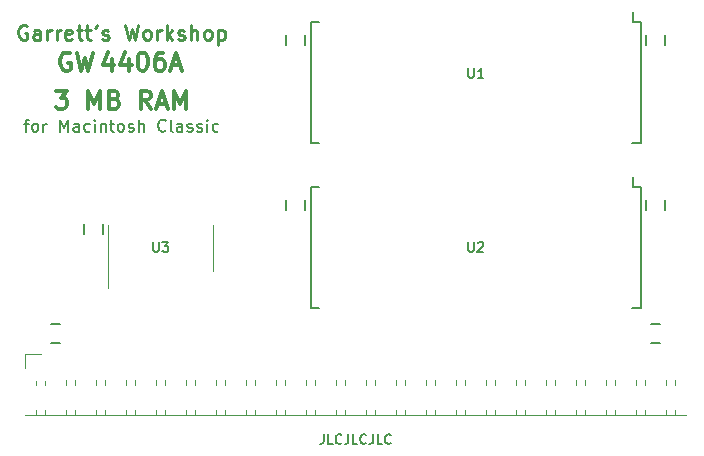
<source format=gto>
G04 #@! TF.GenerationSoftware,KiCad,Pcbnew,(5.1.10-1-10_14)*
G04 #@! TF.CreationDate,2021-11-18T23:27:22-05:00*
G04 #@! TF.ProjectId,MacClassicRAMCard,4d616343-6c61-4737-9369-6352414d4361,rev?*
G04 #@! TF.SameCoordinates,Original*
G04 #@! TF.FileFunction,Legend,Top*
G04 #@! TF.FilePolarity,Positive*
%FSLAX46Y46*%
G04 Gerber Fmt 4.6, Leading zero omitted, Abs format (unit mm)*
G04 Created by KiCad (PCBNEW (5.1.10-1-10_14)) date 2021-11-18 23:27:22*
%MOMM*%
%LPD*%
G01*
G04 APERTURE LIST*
%ADD10C,0.203200*%
%ADD11C,0.300000*%
%ADD12C,0.200000*%
%ADD13C,0.225000*%
%ADD14C,0.120000*%
%ADD15C,0.152400*%
%ADD16O,1.850000X1.850000*%
%ADD17C,2.000000*%
%ADD18C,2.150000*%
G04 APERTURE END LIST*
D10*
X117940666Y-128840895D02*
X117940666Y-129421466D01*
X117901961Y-129537580D01*
X117824552Y-129614990D01*
X117708438Y-129653695D01*
X117631028Y-129653695D01*
X118714761Y-129653695D02*
X118327714Y-129653695D01*
X118327714Y-128840895D01*
X119450152Y-129576285D02*
X119411447Y-129614990D01*
X119295333Y-129653695D01*
X119217923Y-129653695D01*
X119101809Y-129614990D01*
X119024400Y-129537580D01*
X118985695Y-129460171D01*
X118946990Y-129305352D01*
X118946990Y-129189238D01*
X118985695Y-129034419D01*
X119024400Y-128957009D01*
X119101809Y-128879600D01*
X119217923Y-128840895D01*
X119295333Y-128840895D01*
X119411447Y-128879600D01*
X119450152Y-128918304D01*
X120030723Y-128840895D02*
X120030723Y-129421466D01*
X119992019Y-129537580D01*
X119914609Y-129614990D01*
X119798495Y-129653695D01*
X119721085Y-129653695D01*
X120804819Y-129653695D02*
X120417771Y-129653695D01*
X120417771Y-128840895D01*
X121540209Y-129576285D02*
X121501504Y-129614990D01*
X121385390Y-129653695D01*
X121307980Y-129653695D01*
X121191866Y-129614990D01*
X121114457Y-129537580D01*
X121075752Y-129460171D01*
X121037047Y-129305352D01*
X121037047Y-129189238D01*
X121075752Y-129034419D01*
X121114457Y-128957009D01*
X121191866Y-128879600D01*
X121307980Y-128840895D01*
X121385390Y-128840895D01*
X121501504Y-128879600D01*
X121540209Y-128918304D01*
X122120780Y-128840895D02*
X122120780Y-129421466D01*
X122082076Y-129537580D01*
X122004666Y-129614990D01*
X121888552Y-129653695D01*
X121811142Y-129653695D01*
X122894876Y-129653695D02*
X122507828Y-129653695D01*
X122507828Y-128840895D01*
X123630266Y-129576285D02*
X123591561Y-129614990D01*
X123475447Y-129653695D01*
X123398038Y-129653695D01*
X123281923Y-129614990D01*
X123204514Y-129537580D01*
X123165809Y-129460171D01*
X123127104Y-129305352D01*
X123127104Y-129189238D01*
X123165809Y-129034419D01*
X123204514Y-128957009D01*
X123281923Y-128879600D01*
X123398038Y-128840895D01*
X123475447Y-128840895D01*
X123591561Y-128879600D01*
X123630266Y-128918304D01*
D11*
X95250000Y-99749428D02*
X96193428Y-99749428D01*
X95685428Y-100330000D01*
X95903142Y-100330000D01*
X96048285Y-100402571D01*
X96120857Y-100475142D01*
X96193428Y-100620285D01*
X96193428Y-100983142D01*
X96120857Y-101128285D01*
X96048285Y-101200857D01*
X95903142Y-101273428D01*
X95467714Y-101273428D01*
X95322571Y-101200857D01*
X95250000Y-101128285D01*
X98007714Y-101273428D02*
X98007714Y-99749428D01*
X98515714Y-100838000D01*
X99023714Y-99749428D01*
X99023714Y-101273428D01*
X100257428Y-100475142D02*
X100475142Y-100547714D01*
X100547714Y-100620285D01*
X100620285Y-100765428D01*
X100620285Y-100983142D01*
X100547714Y-101128285D01*
X100475142Y-101200857D01*
X100330000Y-101273428D01*
X99749428Y-101273428D01*
X99749428Y-99749428D01*
X100257428Y-99749428D01*
X100402571Y-99822000D01*
X100475142Y-99894571D01*
X100547714Y-100039714D01*
X100547714Y-100184857D01*
X100475142Y-100330000D01*
X100402571Y-100402571D01*
X100257428Y-100475142D01*
X99749428Y-100475142D01*
X103305428Y-101273428D02*
X102797428Y-100547714D01*
X102434571Y-101273428D02*
X102434571Y-99749428D01*
X103015142Y-99749428D01*
X103160285Y-99822000D01*
X103232857Y-99894571D01*
X103305428Y-100039714D01*
X103305428Y-100257428D01*
X103232857Y-100402571D01*
X103160285Y-100475142D01*
X103015142Y-100547714D01*
X102434571Y-100547714D01*
X103886000Y-100838000D02*
X104611714Y-100838000D01*
X103740857Y-101273428D02*
X104248857Y-99749428D01*
X104756857Y-101273428D01*
X105264857Y-101273428D02*
X105264857Y-99749428D01*
X105772857Y-100838000D01*
X106280857Y-99749428D01*
X106280857Y-101273428D01*
D12*
X92564857Y-102525285D02*
X92951904Y-102525285D01*
X92710000Y-103202619D02*
X92710000Y-102331761D01*
X92758380Y-102235000D01*
X92855142Y-102186619D01*
X92951904Y-102186619D01*
X93435714Y-103202619D02*
X93338952Y-103154238D01*
X93290571Y-103105857D01*
X93242190Y-103009095D01*
X93242190Y-102718809D01*
X93290571Y-102622047D01*
X93338952Y-102573666D01*
X93435714Y-102525285D01*
X93580857Y-102525285D01*
X93677619Y-102573666D01*
X93726000Y-102622047D01*
X93774380Y-102718809D01*
X93774380Y-103009095D01*
X93726000Y-103105857D01*
X93677619Y-103154238D01*
X93580857Y-103202619D01*
X93435714Y-103202619D01*
X94209809Y-103202619D02*
X94209809Y-102525285D01*
X94209809Y-102718809D02*
X94258190Y-102622047D01*
X94306571Y-102573666D01*
X94403333Y-102525285D01*
X94500095Y-102525285D01*
X95612857Y-103202619D02*
X95612857Y-102186619D01*
X95951523Y-102912333D01*
X96290190Y-102186619D01*
X96290190Y-103202619D01*
X97209428Y-103202619D02*
X97209428Y-102670428D01*
X97161047Y-102573666D01*
X97064285Y-102525285D01*
X96870761Y-102525285D01*
X96774000Y-102573666D01*
X97209428Y-103154238D02*
X97112666Y-103202619D01*
X96870761Y-103202619D01*
X96774000Y-103154238D01*
X96725619Y-103057476D01*
X96725619Y-102960714D01*
X96774000Y-102863952D01*
X96870761Y-102815571D01*
X97112666Y-102815571D01*
X97209428Y-102767190D01*
X98128666Y-103154238D02*
X98031904Y-103202619D01*
X97838380Y-103202619D01*
X97741619Y-103154238D01*
X97693238Y-103105857D01*
X97644857Y-103009095D01*
X97644857Y-102718809D01*
X97693238Y-102622047D01*
X97741619Y-102573666D01*
X97838380Y-102525285D01*
X98031904Y-102525285D01*
X98128666Y-102573666D01*
X98564095Y-103202619D02*
X98564095Y-102525285D01*
X98564095Y-102186619D02*
X98515714Y-102235000D01*
X98564095Y-102283380D01*
X98612476Y-102235000D01*
X98564095Y-102186619D01*
X98564095Y-102283380D01*
X99047904Y-102525285D02*
X99047904Y-103202619D01*
X99047904Y-102622047D02*
X99096285Y-102573666D01*
X99193047Y-102525285D01*
X99338190Y-102525285D01*
X99434952Y-102573666D01*
X99483333Y-102670428D01*
X99483333Y-103202619D01*
X99822000Y-102525285D02*
X100209047Y-102525285D01*
X99967142Y-102186619D02*
X99967142Y-103057476D01*
X100015523Y-103154238D01*
X100112285Y-103202619D01*
X100209047Y-103202619D01*
X100692857Y-103202619D02*
X100596095Y-103154238D01*
X100547714Y-103105857D01*
X100499333Y-103009095D01*
X100499333Y-102718809D01*
X100547714Y-102622047D01*
X100596095Y-102573666D01*
X100692857Y-102525285D01*
X100838000Y-102525285D01*
X100934761Y-102573666D01*
X100983142Y-102622047D01*
X101031523Y-102718809D01*
X101031523Y-103009095D01*
X100983142Y-103105857D01*
X100934761Y-103154238D01*
X100838000Y-103202619D01*
X100692857Y-103202619D01*
X101418571Y-103154238D02*
X101515333Y-103202619D01*
X101708857Y-103202619D01*
X101805619Y-103154238D01*
X101854000Y-103057476D01*
X101854000Y-103009095D01*
X101805619Y-102912333D01*
X101708857Y-102863952D01*
X101563714Y-102863952D01*
X101466952Y-102815571D01*
X101418571Y-102718809D01*
X101418571Y-102670428D01*
X101466952Y-102573666D01*
X101563714Y-102525285D01*
X101708857Y-102525285D01*
X101805619Y-102573666D01*
X102289428Y-103202619D02*
X102289428Y-102186619D01*
X102724857Y-103202619D02*
X102724857Y-102670428D01*
X102676476Y-102573666D01*
X102579714Y-102525285D01*
X102434571Y-102525285D01*
X102337809Y-102573666D01*
X102289428Y-102622047D01*
X104563333Y-103105857D02*
X104514952Y-103154238D01*
X104369809Y-103202619D01*
X104273047Y-103202619D01*
X104127904Y-103154238D01*
X104031142Y-103057476D01*
X103982761Y-102960714D01*
X103934380Y-102767190D01*
X103934380Y-102622047D01*
X103982761Y-102428523D01*
X104031142Y-102331761D01*
X104127904Y-102235000D01*
X104273047Y-102186619D01*
X104369809Y-102186619D01*
X104514952Y-102235000D01*
X104563333Y-102283380D01*
X105143904Y-103202619D02*
X105047142Y-103154238D01*
X104998761Y-103057476D01*
X104998761Y-102186619D01*
X105966380Y-103202619D02*
X105966380Y-102670428D01*
X105918000Y-102573666D01*
X105821238Y-102525285D01*
X105627714Y-102525285D01*
X105530952Y-102573666D01*
X105966380Y-103154238D02*
X105869619Y-103202619D01*
X105627714Y-103202619D01*
X105530952Y-103154238D01*
X105482571Y-103057476D01*
X105482571Y-102960714D01*
X105530952Y-102863952D01*
X105627714Y-102815571D01*
X105869619Y-102815571D01*
X105966380Y-102767190D01*
X106401809Y-103154238D02*
X106498571Y-103202619D01*
X106692095Y-103202619D01*
X106788857Y-103154238D01*
X106837238Y-103057476D01*
X106837238Y-103009095D01*
X106788857Y-102912333D01*
X106692095Y-102863952D01*
X106546952Y-102863952D01*
X106450190Y-102815571D01*
X106401809Y-102718809D01*
X106401809Y-102670428D01*
X106450190Y-102573666D01*
X106546952Y-102525285D01*
X106692095Y-102525285D01*
X106788857Y-102573666D01*
X107224285Y-103154238D02*
X107321047Y-103202619D01*
X107514571Y-103202619D01*
X107611333Y-103154238D01*
X107659714Y-103057476D01*
X107659714Y-103009095D01*
X107611333Y-102912333D01*
X107514571Y-102863952D01*
X107369428Y-102863952D01*
X107272666Y-102815571D01*
X107224285Y-102718809D01*
X107224285Y-102670428D01*
X107272666Y-102573666D01*
X107369428Y-102525285D01*
X107514571Y-102525285D01*
X107611333Y-102573666D01*
X108095142Y-103202619D02*
X108095142Y-102525285D01*
X108095142Y-102186619D02*
X108046761Y-102235000D01*
X108095142Y-102283380D01*
X108143523Y-102235000D01*
X108095142Y-102186619D01*
X108095142Y-102283380D01*
X109014380Y-103154238D02*
X108917619Y-103202619D01*
X108724095Y-103202619D01*
X108627333Y-103154238D01*
X108578952Y-103105857D01*
X108530571Y-103009095D01*
X108530571Y-102718809D01*
X108578952Y-102622047D01*
X108627333Y-102573666D01*
X108724095Y-102525285D01*
X108917619Y-102525285D01*
X109014380Y-102573666D01*
D11*
X96488485Y-96596000D02*
X96343342Y-96523428D01*
X96125628Y-96523428D01*
X95907914Y-96596000D01*
X95762771Y-96741142D01*
X95690200Y-96886285D01*
X95617628Y-97176571D01*
X95617628Y-97394285D01*
X95690200Y-97684571D01*
X95762771Y-97829714D01*
X95907914Y-97974857D01*
X96125628Y-98047428D01*
X96270771Y-98047428D01*
X96488485Y-97974857D01*
X96561057Y-97902285D01*
X96561057Y-97394285D01*
X96270771Y-97394285D01*
X97069057Y-96523428D02*
X97431914Y-98047428D01*
X97722200Y-96958857D01*
X98012485Y-98047428D01*
X98375342Y-96523428D01*
X100008200Y-97031428D02*
X100008200Y-98047428D01*
X99645342Y-96450857D02*
X99282485Y-97539428D01*
X100225914Y-97539428D01*
X101459628Y-97031428D02*
X101459628Y-98047428D01*
X101096771Y-96450857D02*
X100733914Y-97539428D01*
X101677342Y-97539428D01*
X102548200Y-96523428D02*
X102693342Y-96523428D01*
X102838485Y-96596000D01*
X102911057Y-96668571D01*
X102983628Y-96813714D01*
X103056200Y-97104000D01*
X103056200Y-97466857D01*
X102983628Y-97757142D01*
X102911057Y-97902285D01*
X102838485Y-97974857D01*
X102693342Y-98047428D01*
X102548200Y-98047428D01*
X102403057Y-97974857D01*
X102330485Y-97902285D01*
X102257914Y-97757142D01*
X102185342Y-97466857D01*
X102185342Y-97104000D01*
X102257914Y-96813714D01*
X102330485Y-96668571D01*
X102403057Y-96596000D01*
X102548200Y-96523428D01*
X104362485Y-96523428D02*
X104072200Y-96523428D01*
X103927057Y-96596000D01*
X103854485Y-96668571D01*
X103709342Y-96886285D01*
X103636771Y-97176571D01*
X103636771Y-97757142D01*
X103709342Y-97902285D01*
X103781914Y-97974857D01*
X103927057Y-98047428D01*
X104217342Y-98047428D01*
X104362485Y-97974857D01*
X104435057Y-97902285D01*
X104507628Y-97757142D01*
X104507628Y-97394285D01*
X104435057Y-97249142D01*
X104362485Y-97176571D01*
X104217342Y-97104000D01*
X103927057Y-97104000D01*
X103781914Y-97176571D01*
X103709342Y-97249142D01*
X103636771Y-97394285D01*
X105088200Y-97612000D02*
X105813914Y-97612000D01*
X104943057Y-98047428D02*
X105451057Y-96523428D01*
X105959057Y-98047428D01*
D13*
X92794666Y-94234000D02*
X92673714Y-94173523D01*
X92492285Y-94173523D01*
X92310857Y-94234000D01*
X92189904Y-94354952D01*
X92129428Y-94475904D01*
X92068952Y-94717809D01*
X92068952Y-94899238D01*
X92129428Y-95141142D01*
X92189904Y-95262095D01*
X92310857Y-95383047D01*
X92492285Y-95443523D01*
X92613238Y-95443523D01*
X92794666Y-95383047D01*
X92855142Y-95322571D01*
X92855142Y-94899238D01*
X92613238Y-94899238D01*
X93943714Y-95443523D02*
X93943714Y-94778285D01*
X93883238Y-94657333D01*
X93762285Y-94596857D01*
X93520380Y-94596857D01*
X93399428Y-94657333D01*
X93943714Y-95383047D02*
X93822761Y-95443523D01*
X93520380Y-95443523D01*
X93399428Y-95383047D01*
X93338952Y-95262095D01*
X93338952Y-95141142D01*
X93399428Y-95020190D01*
X93520380Y-94959714D01*
X93822761Y-94959714D01*
X93943714Y-94899238D01*
X94548476Y-95443523D02*
X94548476Y-94596857D01*
X94548476Y-94838761D02*
X94608952Y-94717809D01*
X94669428Y-94657333D01*
X94790380Y-94596857D01*
X94911333Y-94596857D01*
X95334666Y-95443523D02*
X95334666Y-94596857D01*
X95334666Y-94838761D02*
X95395142Y-94717809D01*
X95455619Y-94657333D01*
X95576571Y-94596857D01*
X95697523Y-94596857D01*
X96604666Y-95383047D02*
X96483714Y-95443523D01*
X96241809Y-95443523D01*
X96120857Y-95383047D01*
X96060380Y-95262095D01*
X96060380Y-94778285D01*
X96120857Y-94657333D01*
X96241809Y-94596857D01*
X96483714Y-94596857D01*
X96604666Y-94657333D01*
X96665142Y-94778285D01*
X96665142Y-94899238D01*
X96060380Y-95020190D01*
X97028000Y-94596857D02*
X97511809Y-94596857D01*
X97209428Y-94173523D02*
X97209428Y-95262095D01*
X97269904Y-95383047D01*
X97390857Y-95443523D01*
X97511809Y-95443523D01*
X97753714Y-94596857D02*
X98237523Y-94596857D01*
X97935142Y-94173523D02*
X97935142Y-95262095D01*
X97995619Y-95383047D01*
X98116571Y-95443523D01*
X98237523Y-95443523D01*
X98721333Y-94173523D02*
X98721333Y-94234000D01*
X98660857Y-94354952D01*
X98600380Y-94415428D01*
X99205142Y-95383047D02*
X99326095Y-95443523D01*
X99568000Y-95443523D01*
X99688952Y-95383047D01*
X99749428Y-95262095D01*
X99749428Y-95201619D01*
X99688952Y-95080666D01*
X99568000Y-95020190D01*
X99386571Y-95020190D01*
X99265619Y-94959714D01*
X99205142Y-94838761D01*
X99205142Y-94778285D01*
X99265619Y-94657333D01*
X99386571Y-94596857D01*
X99568000Y-94596857D01*
X99688952Y-94657333D01*
X101140380Y-94173523D02*
X101442761Y-95443523D01*
X101684666Y-94536380D01*
X101926571Y-95443523D01*
X102228952Y-94173523D01*
X102894190Y-95443523D02*
X102773238Y-95383047D01*
X102712761Y-95322571D01*
X102652285Y-95201619D01*
X102652285Y-94838761D01*
X102712761Y-94717809D01*
X102773238Y-94657333D01*
X102894190Y-94596857D01*
X103075619Y-94596857D01*
X103196571Y-94657333D01*
X103257047Y-94717809D01*
X103317523Y-94838761D01*
X103317523Y-95201619D01*
X103257047Y-95322571D01*
X103196571Y-95383047D01*
X103075619Y-95443523D01*
X102894190Y-95443523D01*
X103861809Y-95443523D02*
X103861809Y-94596857D01*
X103861809Y-94838761D02*
X103922285Y-94717809D01*
X103982761Y-94657333D01*
X104103714Y-94596857D01*
X104224666Y-94596857D01*
X104647999Y-95443523D02*
X104647999Y-94173523D01*
X104768952Y-94959714D02*
X105131809Y-95443523D01*
X105131809Y-94596857D02*
X104647999Y-95080666D01*
X105615619Y-95383047D02*
X105736571Y-95443523D01*
X105978476Y-95443523D01*
X106099428Y-95383047D01*
X106159904Y-95262095D01*
X106159904Y-95201619D01*
X106099428Y-95080666D01*
X105978476Y-95020190D01*
X105797047Y-95020190D01*
X105676095Y-94959714D01*
X105615619Y-94838761D01*
X105615619Y-94778285D01*
X105676095Y-94657333D01*
X105797047Y-94596857D01*
X105978476Y-94596857D01*
X106099428Y-94657333D01*
X106704190Y-95443523D02*
X106704190Y-94173523D01*
X107248476Y-95443523D02*
X107248476Y-94778285D01*
X107188000Y-94657333D01*
X107067047Y-94596857D01*
X106885619Y-94596857D01*
X106764666Y-94657333D01*
X106704190Y-94717809D01*
X108034666Y-95443523D02*
X107913714Y-95383047D01*
X107853238Y-95322571D01*
X107792761Y-95201619D01*
X107792761Y-94838761D01*
X107853238Y-94717809D01*
X107913714Y-94657333D01*
X108034666Y-94596857D01*
X108216095Y-94596857D01*
X108337047Y-94657333D01*
X108397523Y-94717809D01*
X108458000Y-94838761D01*
X108458000Y-95201619D01*
X108397523Y-95322571D01*
X108337047Y-95383047D01*
X108216095Y-95443523D01*
X108034666Y-95443523D01*
X109002285Y-94596857D02*
X109002285Y-95866857D01*
X109002285Y-94657333D02*
X109123238Y-94596857D01*
X109365142Y-94596857D01*
X109486095Y-94657333D01*
X109546571Y-94717809D01*
X109607047Y-94838761D01*
X109607047Y-95201619D01*
X109546571Y-95322571D01*
X109486095Y-95383047D01*
X109365142Y-95443523D01*
X109123238Y-95443523D01*
X109002285Y-95383047D01*
D14*
X92650000Y-123190000D02*
X92650000Y-122080000D01*
X92650000Y-122080000D02*
X93980000Y-122080000D01*
X92650000Y-127190000D02*
X148650000Y-127190000D01*
X147680000Y-124680000D02*
X147680000Y-124240000D01*
X147680000Y-127190000D02*
X147680000Y-126780000D01*
X146960000Y-124680000D02*
X146960000Y-124240000D01*
X146960000Y-127190000D02*
X146960000Y-126780000D01*
X145140000Y-124680000D02*
X145140000Y-124240000D01*
X145140000Y-127190000D02*
X145140000Y-126780000D01*
X144420000Y-124680000D02*
X144420000Y-124240000D01*
X144420000Y-127190000D02*
X144420000Y-126780000D01*
X142600000Y-124680000D02*
X142600000Y-124240000D01*
X142600000Y-127190000D02*
X142600000Y-126780000D01*
X141880000Y-124680000D02*
X141880000Y-124240000D01*
X141880000Y-127190000D02*
X141880000Y-126780000D01*
X140060000Y-124680000D02*
X140060000Y-124240000D01*
X140060000Y-127190000D02*
X140060000Y-126780000D01*
X139340000Y-124680000D02*
X139340000Y-124240000D01*
X139340000Y-127190000D02*
X139340000Y-126780000D01*
X137520000Y-124680000D02*
X137520000Y-124240000D01*
X137520000Y-127190000D02*
X137520000Y-126780000D01*
X136800000Y-124680000D02*
X136800000Y-124240000D01*
X136800000Y-127190000D02*
X136800000Y-126780000D01*
X134980000Y-124680000D02*
X134980000Y-124240000D01*
X134980000Y-127190000D02*
X134980000Y-126780000D01*
X134260000Y-124680000D02*
X134260000Y-124240000D01*
X134260000Y-127190000D02*
X134260000Y-126780000D01*
X132440000Y-124680000D02*
X132440000Y-124240000D01*
X132440000Y-127190000D02*
X132440000Y-126780000D01*
X131720000Y-124680000D02*
X131720000Y-124240000D01*
X131720000Y-127190000D02*
X131720000Y-126780000D01*
X129900000Y-124680000D02*
X129900000Y-124240000D01*
X129900000Y-127190000D02*
X129900000Y-126780000D01*
X129180000Y-124680000D02*
X129180000Y-124240000D01*
X129180000Y-127190000D02*
X129180000Y-126780000D01*
X127360000Y-124680000D02*
X127360000Y-124240000D01*
X127360000Y-127190000D02*
X127360000Y-126780000D01*
X126640000Y-124680000D02*
X126640000Y-124240000D01*
X126640000Y-127190000D02*
X126640000Y-126780000D01*
X124820000Y-124680000D02*
X124820000Y-124240000D01*
X124820000Y-127190000D02*
X124820000Y-126780000D01*
X124100000Y-124680000D02*
X124100000Y-124240000D01*
X124100000Y-127190000D02*
X124100000Y-126780000D01*
X122280000Y-124680000D02*
X122280000Y-124240000D01*
X122280000Y-127190000D02*
X122280000Y-126780000D01*
X121560000Y-124680000D02*
X121560000Y-124240000D01*
X121560000Y-127190000D02*
X121560000Y-126780000D01*
X119740000Y-124680000D02*
X119740000Y-124240000D01*
X119740000Y-127190000D02*
X119740000Y-126780000D01*
X119020000Y-124680000D02*
X119020000Y-124240000D01*
X119020000Y-127190000D02*
X119020000Y-126780000D01*
X117200000Y-124680000D02*
X117200000Y-124240000D01*
X117200000Y-127190000D02*
X117200000Y-126780000D01*
X116480000Y-124680000D02*
X116480000Y-124240000D01*
X116480000Y-127190000D02*
X116480000Y-126780000D01*
X114660000Y-124680000D02*
X114660000Y-124240000D01*
X114660000Y-127190000D02*
X114660000Y-126780000D01*
X113940000Y-124680000D02*
X113940000Y-124240000D01*
X113940000Y-127190000D02*
X113940000Y-126780000D01*
X112120000Y-124680000D02*
X112120000Y-124240000D01*
X112120000Y-127190000D02*
X112120000Y-126780000D01*
X111400000Y-124680000D02*
X111400000Y-124240000D01*
X111400000Y-127190000D02*
X111400000Y-126780000D01*
X109580000Y-124680000D02*
X109580000Y-124240000D01*
X109580000Y-127190000D02*
X109580000Y-126780000D01*
X108860000Y-124680000D02*
X108860000Y-124240000D01*
X108860000Y-127190000D02*
X108860000Y-126780000D01*
X107040000Y-124680000D02*
X107040000Y-124240000D01*
X107040000Y-127190000D02*
X107040000Y-126780000D01*
X106320000Y-124680000D02*
X106320000Y-124240000D01*
X106320000Y-127190000D02*
X106320000Y-126780000D01*
X104500000Y-124680000D02*
X104500000Y-124240000D01*
X104500000Y-127190000D02*
X104500000Y-126780000D01*
X103780000Y-124680000D02*
X103780000Y-124240000D01*
X103780000Y-127190000D02*
X103780000Y-126780000D01*
X101960000Y-124680000D02*
X101960000Y-124240000D01*
X101960000Y-127190000D02*
X101960000Y-126780000D01*
X101240000Y-124680000D02*
X101240000Y-124240000D01*
X101240000Y-127190000D02*
X101240000Y-126780000D01*
X99420000Y-124680000D02*
X99420000Y-124240000D01*
X99420000Y-127190000D02*
X99420000Y-126780000D01*
X98700000Y-124680000D02*
X98700000Y-124240000D01*
X98700000Y-127190000D02*
X98700000Y-126780000D01*
X96880000Y-124680000D02*
X96880000Y-124240000D01*
X96880000Y-127190000D02*
X96880000Y-126780000D01*
X96160000Y-124680000D02*
X96160000Y-124240000D01*
X96160000Y-127190000D02*
X96160000Y-126780000D01*
X94340000Y-124680000D02*
X94340000Y-124300000D01*
X94340000Y-127190000D02*
X94340000Y-126780000D01*
X93620000Y-124680000D02*
X93620000Y-124300000D01*
X93620000Y-127190000D02*
X93620000Y-126780000D01*
D15*
X116370000Y-109028600D02*
X116370000Y-109841400D01*
X114770000Y-109028600D02*
X114770000Y-109841400D01*
X145643600Y-119469000D02*
X146456400Y-119469000D01*
X145643600Y-121069000D02*
X146456400Y-121069000D01*
X146850000Y-95058600D02*
X146850000Y-95871400D01*
X145250000Y-95058600D02*
X145250000Y-95871400D01*
X116370000Y-95058600D02*
X116370000Y-95871400D01*
X114770000Y-95058600D02*
X114770000Y-95871400D01*
X145250000Y-109028600D02*
X145250000Y-109841400D01*
X146850000Y-109028600D02*
X146850000Y-109841400D01*
X97625000Y-111060600D02*
X97625000Y-111873400D01*
X99225000Y-111060600D02*
X99225000Y-111873400D01*
D14*
X99715000Y-113030000D02*
X99715000Y-116480000D01*
X99715000Y-113030000D02*
X99715000Y-111080000D01*
X108565000Y-113030000D02*
X108565000Y-114980000D01*
X108565000Y-113030000D02*
X108565000Y-111080000D01*
D15*
X95656400Y-119469000D02*
X94843600Y-119469000D01*
X95656400Y-121069000D02*
X94843600Y-121069000D01*
D12*
X144130000Y-93915000D02*
X144130000Y-93091000D01*
X116840000Y-93980000D02*
X116840000Y-104205000D01*
X144780000Y-93915000D02*
X144780000Y-104205000D01*
X116840000Y-93915000D02*
X117585000Y-93915000D01*
X116840000Y-104205000D02*
X117585000Y-104205000D01*
X144780000Y-104205000D02*
X144035000Y-104205000D01*
X144780000Y-93915000D02*
X144130000Y-93915000D01*
X144780000Y-107885000D02*
X144130000Y-107885000D01*
X144780000Y-118175000D02*
X144035000Y-118175000D01*
X116840000Y-118175000D02*
X117585000Y-118175000D01*
X116840000Y-107885000D02*
X117585000Y-107885000D01*
X144780000Y-107885000D02*
X144780000Y-118175000D01*
X116840000Y-107950000D02*
X116840000Y-118175000D01*
X144130000Y-107885000D02*
X144130000Y-107061000D01*
D10*
X103520723Y-112584895D02*
X103520723Y-113242876D01*
X103559428Y-113320285D01*
X103598133Y-113358990D01*
X103675542Y-113397695D01*
X103830361Y-113397695D01*
X103907771Y-113358990D01*
X103946476Y-113320285D01*
X103985180Y-113242876D01*
X103985180Y-112584895D01*
X104294819Y-112584895D02*
X104797980Y-112584895D01*
X104527047Y-112894533D01*
X104643161Y-112894533D01*
X104720571Y-112933238D01*
X104759276Y-112971942D01*
X104797980Y-113049352D01*
X104797980Y-113242876D01*
X104759276Y-113320285D01*
X104720571Y-113358990D01*
X104643161Y-113397695D01*
X104410933Y-113397695D01*
X104333523Y-113358990D01*
X104294819Y-113320285D01*
X130190723Y-97852895D02*
X130190723Y-98510876D01*
X130229428Y-98588285D01*
X130268133Y-98626990D01*
X130345542Y-98665695D01*
X130500361Y-98665695D01*
X130577771Y-98626990D01*
X130616476Y-98588285D01*
X130655180Y-98510876D01*
X130655180Y-97852895D01*
X131467980Y-98665695D02*
X131003523Y-98665695D01*
X131235752Y-98665695D02*
X131235752Y-97852895D01*
X131158342Y-97969009D01*
X131080933Y-98046419D01*
X131003523Y-98085123D01*
X130190723Y-112584895D02*
X130190723Y-113242876D01*
X130229428Y-113320285D01*
X130268133Y-113358990D01*
X130345542Y-113397695D01*
X130500361Y-113397695D01*
X130577771Y-113358990D01*
X130616476Y-113320285D01*
X130655180Y-113242876D01*
X130655180Y-112584895D01*
X131003523Y-112662304D02*
X131042228Y-112623600D01*
X131119638Y-112584895D01*
X131313161Y-112584895D01*
X131390571Y-112623600D01*
X131429276Y-112662304D01*
X131467980Y-112739714D01*
X131467980Y-112817123D01*
X131429276Y-112933238D01*
X130964819Y-113397695D01*
X131467980Y-113397695D01*
%LPC*%
D16*
X147320000Y-125730000D03*
X147320000Y-123190000D03*
X144780000Y-125730000D03*
X144780000Y-123190000D03*
X142240000Y-125730000D03*
X142240000Y-123190000D03*
X139700000Y-125730000D03*
X139700000Y-123190000D03*
X137160000Y-125730000D03*
X137160000Y-123190000D03*
X134620000Y-125730000D03*
X134620000Y-123190000D03*
X132080000Y-125730000D03*
X132080000Y-123190000D03*
X129540000Y-125730000D03*
X129540000Y-123190000D03*
X127000000Y-125730000D03*
X127000000Y-123190000D03*
X124460000Y-125730000D03*
X124460000Y-123190000D03*
X121920000Y-125730000D03*
X121920000Y-123190000D03*
X119380000Y-125730000D03*
X119380000Y-123190000D03*
X116840000Y-125730000D03*
X116840000Y-123190000D03*
X114300000Y-125730000D03*
X114300000Y-123190000D03*
X111760000Y-125730000D03*
X111760000Y-123190000D03*
X109220000Y-125730000D03*
X109220000Y-123190000D03*
X106680000Y-125730000D03*
X106680000Y-123190000D03*
X104140000Y-125730000D03*
X104140000Y-123190000D03*
X101600000Y-125730000D03*
X101600000Y-123190000D03*
X99060000Y-125730000D03*
X99060000Y-123190000D03*
X96520000Y-125730000D03*
X96520000Y-123190000D03*
X93980000Y-125730000D03*
G36*
G01*
X94830000Y-124115000D02*
X93130000Y-124115000D01*
G75*
G02*
X93055000Y-124040000I0J75000D01*
G01*
X93055000Y-122340000D01*
G75*
G02*
X93130000Y-122265000I75000J0D01*
G01*
X94830000Y-122265000D01*
G75*
G02*
X94905000Y-122340000I0J-75000D01*
G01*
X94905000Y-124040000D01*
G75*
G02*
X94830000Y-124115000I-75000J0D01*
G01*
G37*
D17*
X147066000Y-130810000D03*
D18*
X94234000Y-133350000D03*
X147066000Y-133350000D03*
D17*
X94234000Y-130810000D03*
G36*
G01*
X115107500Y-109710000D02*
X116032500Y-109710000D01*
G75*
G02*
X116320000Y-109997500I0J-287500D01*
G01*
X116320000Y-110572500D01*
G75*
G02*
X116032500Y-110860000I-287500J0D01*
G01*
X115107500Y-110860000D01*
G75*
G02*
X114820000Y-110572500I0J287500D01*
G01*
X114820000Y-109997500D01*
G75*
G02*
X115107500Y-109710000I287500J0D01*
G01*
G37*
G36*
G01*
X115107500Y-108010000D02*
X116032500Y-108010000D01*
G75*
G02*
X116320000Y-108297500I0J-287500D01*
G01*
X116320000Y-108872500D01*
G75*
G02*
X116032500Y-109160000I-287500J0D01*
G01*
X115107500Y-109160000D01*
G75*
G02*
X114820000Y-108872500I0J287500D01*
G01*
X114820000Y-108297500D01*
G75*
G02*
X115107500Y-108010000I287500J0D01*
G01*
G37*
G36*
G01*
X146325000Y-120731500D02*
X146325000Y-119806500D01*
G75*
G02*
X146612500Y-119519000I287500J0D01*
G01*
X147187500Y-119519000D01*
G75*
G02*
X147475000Y-119806500I0J-287500D01*
G01*
X147475000Y-120731500D01*
G75*
G02*
X147187500Y-121019000I-287500J0D01*
G01*
X146612500Y-121019000D01*
G75*
G02*
X146325000Y-120731500I0J287500D01*
G01*
G37*
G36*
G01*
X144625000Y-120731500D02*
X144625000Y-119806500D01*
G75*
G02*
X144912500Y-119519000I287500J0D01*
G01*
X145487500Y-119519000D01*
G75*
G02*
X145775000Y-119806500I0J-287500D01*
G01*
X145775000Y-120731500D01*
G75*
G02*
X145487500Y-121019000I-287500J0D01*
G01*
X144912500Y-121019000D01*
G75*
G02*
X144625000Y-120731500I0J287500D01*
G01*
G37*
D18*
X87884000Y-90424000D03*
D17*
X90424000Y-90424000D03*
X150876000Y-90424000D03*
D18*
X153416000Y-90424000D03*
G36*
G01*
X145587500Y-95740000D02*
X146512500Y-95740000D01*
G75*
G02*
X146800000Y-96027500I0J-287500D01*
G01*
X146800000Y-96602500D01*
G75*
G02*
X146512500Y-96890000I-287500J0D01*
G01*
X145587500Y-96890000D01*
G75*
G02*
X145300000Y-96602500I0J287500D01*
G01*
X145300000Y-96027500D01*
G75*
G02*
X145587500Y-95740000I287500J0D01*
G01*
G37*
G36*
G01*
X145587500Y-94040000D02*
X146512500Y-94040000D01*
G75*
G02*
X146800000Y-94327500I0J-287500D01*
G01*
X146800000Y-94902500D01*
G75*
G02*
X146512500Y-95190000I-287500J0D01*
G01*
X145587500Y-95190000D01*
G75*
G02*
X145300000Y-94902500I0J287500D01*
G01*
X145300000Y-94327500D01*
G75*
G02*
X145587500Y-94040000I287500J0D01*
G01*
G37*
G36*
G01*
X115107500Y-95740000D02*
X116032500Y-95740000D01*
G75*
G02*
X116320000Y-96027500I0J-287500D01*
G01*
X116320000Y-96602500D01*
G75*
G02*
X116032500Y-96890000I-287500J0D01*
G01*
X115107500Y-96890000D01*
G75*
G02*
X114820000Y-96602500I0J287500D01*
G01*
X114820000Y-96027500D01*
G75*
G02*
X115107500Y-95740000I287500J0D01*
G01*
G37*
G36*
G01*
X115107500Y-94040000D02*
X116032500Y-94040000D01*
G75*
G02*
X116320000Y-94327500I0J-287500D01*
G01*
X116320000Y-94902500D01*
G75*
G02*
X116032500Y-95190000I-287500J0D01*
G01*
X115107500Y-95190000D01*
G75*
G02*
X114820000Y-94902500I0J287500D01*
G01*
X114820000Y-94327500D01*
G75*
G02*
X115107500Y-94040000I287500J0D01*
G01*
G37*
G36*
G01*
X145587500Y-108010000D02*
X146512500Y-108010000D01*
G75*
G02*
X146800000Y-108297500I0J-287500D01*
G01*
X146800000Y-108872500D01*
G75*
G02*
X146512500Y-109160000I-287500J0D01*
G01*
X145587500Y-109160000D01*
G75*
G02*
X145300000Y-108872500I0J287500D01*
G01*
X145300000Y-108297500D01*
G75*
G02*
X145587500Y-108010000I287500J0D01*
G01*
G37*
G36*
G01*
X145587500Y-109710000D02*
X146512500Y-109710000D01*
G75*
G02*
X146800000Y-109997500I0J-287500D01*
G01*
X146800000Y-110572500D01*
G75*
G02*
X146512500Y-110860000I-287500J0D01*
G01*
X145587500Y-110860000D01*
G75*
G02*
X145300000Y-110572500I0J287500D01*
G01*
X145300000Y-109997500D01*
G75*
G02*
X145587500Y-109710000I287500J0D01*
G01*
G37*
G36*
G01*
X97962500Y-110042000D02*
X98887500Y-110042000D01*
G75*
G02*
X99175000Y-110329500I0J-287500D01*
G01*
X99175000Y-110904500D01*
G75*
G02*
X98887500Y-111192000I-287500J0D01*
G01*
X97962500Y-111192000D01*
G75*
G02*
X97675000Y-110904500I0J287500D01*
G01*
X97675000Y-110329500D01*
G75*
G02*
X97962500Y-110042000I287500J0D01*
G01*
G37*
G36*
G01*
X97962500Y-111742000D02*
X98887500Y-111742000D01*
G75*
G02*
X99175000Y-112029500I0J-287500D01*
G01*
X99175000Y-112604500D01*
G75*
G02*
X98887500Y-112892000I-287500J0D01*
G01*
X97962500Y-112892000D01*
G75*
G02*
X97675000Y-112604500I0J287500D01*
G01*
X97675000Y-112029500D01*
G75*
G02*
X97962500Y-111742000I287500J0D01*
G01*
G37*
G36*
G01*
X100505000Y-111580000D02*
X100155000Y-111580000D01*
G75*
G02*
X99980000Y-111405000I0J175000D01*
G01*
X99980000Y-109705000D01*
G75*
G02*
X100155000Y-109530000I175000J0D01*
G01*
X100505000Y-109530000D01*
G75*
G02*
X100680000Y-109705000I0J-175000D01*
G01*
X100680000Y-111405000D01*
G75*
G02*
X100505000Y-111580000I-175000J0D01*
G01*
G37*
G36*
G01*
X108125000Y-116530000D02*
X107775000Y-116530000D01*
G75*
G02*
X107600000Y-116355000I0J175000D01*
G01*
X107600000Y-114655000D01*
G75*
G02*
X107775000Y-114480000I175000J0D01*
G01*
X108125000Y-114480000D01*
G75*
G02*
X108300000Y-114655000I0J-175000D01*
G01*
X108300000Y-116355000D01*
G75*
G02*
X108125000Y-116530000I-175000J0D01*
G01*
G37*
G36*
G01*
X103045000Y-111580000D02*
X102695000Y-111580000D01*
G75*
G02*
X102520000Y-111405000I0J175000D01*
G01*
X102520000Y-109705000D01*
G75*
G02*
X102695000Y-109530000I175000J0D01*
G01*
X103045000Y-109530000D01*
G75*
G02*
X103220000Y-109705000I0J-175000D01*
G01*
X103220000Y-111405000D01*
G75*
G02*
X103045000Y-111580000I-175000J0D01*
G01*
G37*
G36*
G01*
X108125000Y-111580000D02*
X107775000Y-111580000D01*
G75*
G02*
X107600000Y-111405000I0J175000D01*
G01*
X107600000Y-109705000D01*
G75*
G02*
X107775000Y-109530000I175000J0D01*
G01*
X108125000Y-109530000D01*
G75*
G02*
X108300000Y-109705000I0J-175000D01*
G01*
X108300000Y-111405000D01*
G75*
G02*
X108125000Y-111580000I-175000J0D01*
G01*
G37*
G36*
G01*
X101775000Y-111580000D02*
X101425000Y-111580000D01*
G75*
G02*
X101250000Y-111405000I0J175000D01*
G01*
X101250000Y-109705000D01*
G75*
G02*
X101425000Y-109530000I175000J0D01*
G01*
X101775000Y-109530000D01*
G75*
G02*
X101950000Y-109705000I0J-175000D01*
G01*
X101950000Y-111405000D01*
G75*
G02*
X101775000Y-111580000I-175000J0D01*
G01*
G37*
G36*
G01*
X106855000Y-116530000D02*
X106505000Y-116530000D01*
G75*
G02*
X106330000Y-116355000I0J175000D01*
G01*
X106330000Y-114655000D01*
G75*
G02*
X106505000Y-114480000I175000J0D01*
G01*
X106855000Y-114480000D01*
G75*
G02*
X107030000Y-114655000I0J-175000D01*
G01*
X107030000Y-116355000D01*
G75*
G02*
X106855000Y-116530000I-175000J0D01*
G01*
G37*
G36*
G01*
X106855000Y-111580000D02*
X106505000Y-111580000D01*
G75*
G02*
X106330000Y-111405000I0J175000D01*
G01*
X106330000Y-109705000D01*
G75*
G02*
X106505000Y-109530000I175000J0D01*
G01*
X106855000Y-109530000D01*
G75*
G02*
X107030000Y-109705000I0J-175000D01*
G01*
X107030000Y-111405000D01*
G75*
G02*
X106855000Y-111580000I-175000J0D01*
G01*
G37*
G36*
G01*
X105585000Y-111580000D02*
X105235000Y-111580000D01*
G75*
G02*
X105060000Y-111405000I0J175000D01*
G01*
X105060000Y-109705000D01*
G75*
G02*
X105235000Y-109530000I175000J0D01*
G01*
X105585000Y-109530000D01*
G75*
G02*
X105760000Y-109705000I0J-175000D01*
G01*
X105760000Y-111405000D01*
G75*
G02*
X105585000Y-111580000I-175000J0D01*
G01*
G37*
G36*
G01*
X104315000Y-111580000D02*
X103965000Y-111580000D01*
G75*
G02*
X103790000Y-111405000I0J175000D01*
G01*
X103790000Y-109705000D01*
G75*
G02*
X103965000Y-109530000I175000J0D01*
G01*
X104315000Y-109530000D01*
G75*
G02*
X104490000Y-109705000I0J-175000D01*
G01*
X104490000Y-111405000D01*
G75*
G02*
X104315000Y-111580000I-175000J0D01*
G01*
G37*
G36*
G01*
X101775000Y-116530000D02*
X101425000Y-116530000D01*
G75*
G02*
X101250000Y-116355000I0J175000D01*
G01*
X101250000Y-114655000D01*
G75*
G02*
X101425000Y-114480000I175000J0D01*
G01*
X101775000Y-114480000D01*
G75*
G02*
X101950000Y-114655000I0J-175000D01*
G01*
X101950000Y-116355000D01*
G75*
G02*
X101775000Y-116530000I-175000J0D01*
G01*
G37*
G36*
G01*
X100505000Y-116530000D02*
X100155000Y-116530000D01*
G75*
G02*
X99980000Y-116355000I0J175000D01*
G01*
X99980000Y-114655000D01*
G75*
G02*
X100155000Y-114480000I175000J0D01*
G01*
X100505000Y-114480000D01*
G75*
G02*
X100680000Y-114655000I0J-175000D01*
G01*
X100680000Y-116355000D01*
G75*
G02*
X100505000Y-116530000I-175000J0D01*
G01*
G37*
G36*
G01*
X104315000Y-116530000D02*
X103965000Y-116530000D01*
G75*
G02*
X103790000Y-116355000I0J175000D01*
G01*
X103790000Y-114655000D01*
G75*
G02*
X103965000Y-114480000I175000J0D01*
G01*
X104315000Y-114480000D01*
G75*
G02*
X104490000Y-114655000I0J-175000D01*
G01*
X104490000Y-116355000D01*
G75*
G02*
X104315000Y-116530000I-175000J0D01*
G01*
G37*
G36*
G01*
X103045000Y-116530000D02*
X102695000Y-116530000D01*
G75*
G02*
X102520000Y-116355000I0J175000D01*
G01*
X102520000Y-114655000D01*
G75*
G02*
X102695000Y-114480000I175000J0D01*
G01*
X103045000Y-114480000D01*
G75*
G02*
X103220000Y-114655000I0J-175000D01*
G01*
X103220000Y-116355000D01*
G75*
G02*
X103045000Y-116530000I-175000J0D01*
G01*
G37*
G36*
G01*
X105585000Y-116530000D02*
X105235000Y-116530000D01*
G75*
G02*
X105060000Y-116355000I0J175000D01*
G01*
X105060000Y-114655000D01*
G75*
G02*
X105235000Y-114480000I175000J0D01*
G01*
X105585000Y-114480000D01*
G75*
G02*
X105760000Y-114655000I0J-175000D01*
G01*
X105760000Y-116355000D01*
G75*
G02*
X105585000Y-116530000I-175000J0D01*
G01*
G37*
G36*
G01*
X96675000Y-119806500D02*
X96675000Y-120731500D01*
G75*
G02*
X96387500Y-121019000I-287500J0D01*
G01*
X95812500Y-121019000D01*
G75*
G02*
X95525000Y-120731500I0J287500D01*
G01*
X95525000Y-119806500D01*
G75*
G02*
X95812500Y-119519000I287500J0D01*
G01*
X96387500Y-119519000D01*
G75*
G02*
X96675000Y-119806500I0J-287500D01*
G01*
G37*
G36*
G01*
X94975000Y-119806500D02*
X94975000Y-120731500D01*
G75*
G02*
X94687500Y-121019000I-287500J0D01*
G01*
X94112500Y-121019000D01*
G75*
G02*
X93825000Y-120731500I0J287500D01*
G01*
X93825000Y-119806500D01*
G75*
G02*
X94112500Y-119519000I287500J0D01*
G01*
X94687500Y-119519000D01*
G75*
G02*
X94975000Y-119806500I0J-287500D01*
G01*
G37*
G36*
G01*
X125555000Y-101931000D02*
X125905000Y-101931000D01*
G75*
G02*
X126080000Y-102106000I0J-175000D01*
G01*
X126080000Y-104904000D01*
G75*
G02*
X125905000Y-105079000I-175000J0D01*
G01*
X125555000Y-105079000D01*
G75*
G02*
X125380000Y-104904000I0J175000D01*
G01*
X125380000Y-102106000D01*
G75*
G02*
X125555000Y-101931000I175000J0D01*
G01*
G37*
G36*
G01*
X124285000Y-101931000D02*
X124635000Y-101931000D01*
G75*
G02*
X124810000Y-102106000I0J-175000D01*
G01*
X124810000Y-104904000D01*
G75*
G02*
X124635000Y-105079000I-175000J0D01*
G01*
X124285000Y-105079000D01*
G75*
G02*
X124110000Y-104904000I0J175000D01*
G01*
X124110000Y-102106000D01*
G75*
G02*
X124285000Y-101931000I175000J0D01*
G01*
G37*
G36*
G01*
X126825000Y-93041000D02*
X127175000Y-93041000D01*
G75*
G02*
X127350000Y-93216000I0J-175000D01*
G01*
X127350000Y-96014000D01*
G75*
G02*
X127175000Y-96189000I-175000J0D01*
G01*
X126825000Y-96189000D01*
G75*
G02*
X126650000Y-96014000I0J175000D01*
G01*
X126650000Y-93216000D01*
G75*
G02*
X126825000Y-93041000I175000J0D01*
G01*
G37*
G36*
G01*
X134445000Y-93041000D02*
X134795000Y-93041000D01*
G75*
G02*
X134970000Y-93216000I0J-175000D01*
G01*
X134970000Y-96014000D01*
G75*
G02*
X134795000Y-96189000I-175000J0D01*
G01*
X134445000Y-96189000D01*
G75*
G02*
X134270000Y-96014000I0J175000D01*
G01*
X134270000Y-93216000D01*
G75*
G02*
X134445000Y-93041000I175000J0D01*
G01*
G37*
G36*
G01*
X136985000Y-93041000D02*
X137335000Y-93041000D01*
G75*
G02*
X137510000Y-93216000I0J-175000D01*
G01*
X137510000Y-96014000D01*
G75*
G02*
X137335000Y-96189000I-175000J0D01*
G01*
X136985000Y-96189000D01*
G75*
G02*
X136810000Y-96014000I0J175000D01*
G01*
X136810000Y-93216000D01*
G75*
G02*
X136985000Y-93041000I175000J0D01*
G01*
G37*
G36*
G01*
X143335000Y-93041000D02*
X143685000Y-93041000D01*
G75*
G02*
X143860000Y-93216000I0J-175000D01*
G01*
X143860000Y-96014000D01*
G75*
G02*
X143685000Y-96189000I-175000J0D01*
G01*
X143335000Y-96189000D01*
G75*
G02*
X143160000Y-96014000I0J175000D01*
G01*
X143160000Y-93216000D01*
G75*
G02*
X143335000Y-93041000I175000J0D01*
G01*
G37*
G36*
G01*
X142065000Y-93041000D02*
X142415000Y-93041000D01*
G75*
G02*
X142590000Y-93216000I0J-175000D01*
G01*
X142590000Y-96014000D01*
G75*
G02*
X142415000Y-96189000I-175000J0D01*
G01*
X142065000Y-96189000D01*
G75*
G02*
X141890000Y-96014000I0J175000D01*
G01*
X141890000Y-93216000D01*
G75*
G02*
X142065000Y-93041000I175000J0D01*
G01*
G37*
G36*
G01*
X140795000Y-93041000D02*
X141145000Y-93041000D01*
G75*
G02*
X141320000Y-93216000I0J-175000D01*
G01*
X141320000Y-96014000D01*
G75*
G02*
X141145000Y-96189000I-175000J0D01*
G01*
X140795000Y-96189000D01*
G75*
G02*
X140620000Y-96014000I0J175000D01*
G01*
X140620000Y-93216000D01*
G75*
G02*
X140795000Y-93041000I175000J0D01*
G01*
G37*
G36*
G01*
X139525000Y-93041000D02*
X139875000Y-93041000D01*
G75*
G02*
X140050000Y-93216000I0J-175000D01*
G01*
X140050000Y-96014000D01*
G75*
G02*
X139875000Y-96189000I-175000J0D01*
G01*
X139525000Y-96189000D01*
G75*
G02*
X139350000Y-96014000I0J175000D01*
G01*
X139350000Y-93216000D01*
G75*
G02*
X139525000Y-93041000I175000J0D01*
G01*
G37*
G36*
G01*
X138255000Y-93041000D02*
X138605000Y-93041000D01*
G75*
G02*
X138780000Y-93216000I0J-175000D01*
G01*
X138780000Y-96014000D01*
G75*
G02*
X138605000Y-96189000I-175000J0D01*
G01*
X138255000Y-96189000D01*
G75*
G02*
X138080000Y-96014000I0J175000D01*
G01*
X138080000Y-93216000D01*
G75*
G02*
X138255000Y-93041000I175000J0D01*
G01*
G37*
G36*
G01*
X133175000Y-93041000D02*
X133525000Y-93041000D01*
G75*
G02*
X133700000Y-93216000I0J-175000D01*
G01*
X133700000Y-96014000D01*
G75*
G02*
X133525000Y-96189000I-175000J0D01*
G01*
X133175000Y-96189000D01*
G75*
G02*
X133000000Y-96014000I0J175000D01*
G01*
X133000000Y-93216000D01*
G75*
G02*
X133175000Y-93041000I175000J0D01*
G01*
G37*
G36*
G01*
X131905000Y-93041000D02*
X132255000Y-93041000D01*
G75*
G02*
X132430000Y-93216000I0J-175000D01*
G01*
X132430000Y-96014000D01*
G75*
G02*
X132255000Y-96189000I-175000J0D01*
G01*
X131905000Y-96189000D01*
G75*
G02*
X131730000Y-96014000I0J175000D01*
G01*
X131730000Y-93216000D01*
G75*
G02*
X131905000Y-93041000I175000J0D01*
G01*
G37*
G36*
G01*
X130635000Y-93041000D02*
X130985000Y-93041000D01*
G75*
G02*
X131160000Y-93216000I0J-175000D01*
G01*
X131160000Y-96014000D01*
G75*
G02*
X130985000Y-96189000I-175000J0D01*
G01*
X130635000Y-96189000D01*
G75*
G02*
X130460000Y-96014000I0J175000D01*
G01*
X130460000Y-93216000D01*
G75*
G02*
X130635000Y-93041000I175000J0D01*
G01*
G37*
G36*
G01*
X129365000Y-93041000D02*
X129715000Y-93041000D01*
G75*
G02*
X129890000Y-93216000I0J-175000D01*
G01*
X129890000Y-96014000D01*
G75*
G02*
X129715000Y-96189000I-175000J0D01*
G01*
X129365000Y-96189000D01*
G75*
G02*
X129190000Y-96014000I0J175000D01*
G01*
X129190000Y-93216000D01*
G75*
G02*
X129365000Y-93041000I175000J0D01*
G01*
G37*
G36*
G01*
X128095000Y-93041000D02*
X128445000Y-93041000D01*
G75*
G02*
X128620000Y-93216000I0J-175000D01*
G01*
X128620000Y-96014000D01*
G75*
G02*
X128445000Y-96189000I-175000J0D01*
G01*
X128095000Y-96189000D01*
G75*
G02*
X127920000Y-96014000I0J175000D01*
G01*
X127920000Y-93216000D01*
G75*
G02*
X128095000Y-93041000I175000J0D01*
G01*
G37*
G36*
G01*
X117935000Y-101931000D02*
X118285000Y-101931000D01*
G75*
G02*
X118460000Y-102106000I0J-175000D01*
G01*
X118460000Y-104904000D01*
G75*
G02*
X118285000Y-105079000I-175000J0D01*
G01*
X117935000Y-105079000D01*
G75*
G02*
X117760000Y-104904000I0J175000D01*
G01*
X117760000Y-102106000D01*
G75*
G02*
X117935000Y-101931000I175000J0D01*
G01*
G37*
G36*
G01*
X119205000Y-101931000D02*
X119555000Y-101931000D01*
G75*
G02*
X119730000Y-102106000I0J-175000D01*
G01*
X119730000Y-104904000D01*
G75*
G02*
X119555000Y-105079000I-175000J0D01*
G01*
X119205000Y-105079000D01*
G75*
G02*
X119030000Y-104904000I0J175000D01*
G01*
X119030000Y-102106000D01*
G75*
G02*
X119205000Y-101931000I175000J0D01*
G01*
G37*
G36*
G01*
X120475000Y-101931000D02*
X120825000Y-101931000D01*
G75*
G02*
X121000000Y-102106000I0J-175000D01*
G01*
X121000000Y-104904000D01*
G75*
G02*
X120825000Y-105079000I-175000J0D01*
G01*
X120475000Y-105079000D01*
G75*
G02*
X120300000Y-104904000I0J175000D01*
G01*
X120300000Y-102106000D01*
G75*
G02*
X120475000Y-101931000I175000J0D01*
G01*
G37*
G36*
G01*
X121745000Y-101931000D02*
X122095000Y-101931000D01*
G75*
G02*
X122270000Y-102106000I0J-175000D01*
G01*
X122270000Y-104904000D01*
G75*
G02*
X122095000Y-105079000I-175000J0D01*
G01*
X121745000Y-105079000D01*
G75*
G02*
X121570000Y-104904000I0J175000D01*
G01*
X121570000Y-102106000D01*
G75*
G02*
X121745000Y-101931000I175000J0D01*
G01*
G37*
G36*
G01*
X123015000Y-101931000D02*
X123365000Y-101931000D01*
G75*
G02*
X123540000Y-102106000I0J-175000D01*
G01*
X123540000Y-104904000D01*
G75*
G02*
X123365000Y-105079000I-175000J0D01*
G01*
X123015000Y-105079000D01*
G75*
G02*
X122840000Y-104904000I0J175000D01*
G01*
X122840000Y-102106000D01*
G75*
G02*
X123015000Y-101931000I175000J0D01*
G01*
G37*
G36*
G01*
X135715000Y-93041000D02*
X136065000Y-93041000D01*
G75*
G02*
X136240000Y-93216000I0J-175000D01*
G01*
X136240000Y-96014000D01*
G75*
G02*
X136065000Y-96189000I-175000J0D01*
G01*
X135715000Y-96189000D01*
G75*
G02*
X135540000Y-96014000I0J175000D01*
G01*
X135540000Y-93216000D01*
G75*
G02*
X135715000Y-93041000I175000J0D01*
G01*
G37*
G36*
G01*
X125555000Y-93041000D02*
X125905000Y-93041000D01*
G75*
G02*
X126080000Y-93216000I0J-175000D01*
G01*
X126080000Y-96014000D01*
G75*
G02*
X125905000Y-96189000I-175000J0D01*
G01*
X125555000Y-96189000D01*
G75*
G02*
X125380000Y-96014000I0J175000D01*
G01*
X125380000Y-93216000D01*
G75*
G02*
X125555000Y-93041000I175000J0D01*
G01*
G37*
G36*
G01*
X124285000Y-93041000D02*
X124635000Y-93041000D01*
G75*
G02*
X124810000Y-93216000I0J-175000D01*
G01*
X124810000Y-96014000D01*
G75*
G02*
X124635000Y-96189000I-175000J0D01*
G01*
X124285000Y-96189000D01*
G75*
G02*
X124110000Y-96014000I0J175000D01*
G01*
X124110000Y-93216000D01*
G75*
G02*
X124285000Y-93041000I175000J0D01*
G01*
G37*
G36*
G01*
X123015000Y-93041000D02*
X123365000Y-93041000D01*
G75*
G02*
X123540000Y-93216000I0J-175000D01*
G01*
X123540000Y-96014000D01*
G75*
G02*
X123365000Y-96189000I-175000J0D01*
G01*
X123015000Y-96189000D01*
G75*
G02*
X122840000Y-96014000I0J175000D01*
G01*
X122840000Y-93216000D01*
G75*
G02*
X123015000Y-93041000I175000J0D01*
G01*
G37*
G36*
G01*
X121745000Y-93041000D02*
X122095000Y-93041000D01*
G75*
G02*
X122270000Y-93216000I0J-175000D01*
G01*
X122270000Y-96014000D01*
G75*
G02*
X122095000Y-96189000I-175000J0D01*
G01*
X121745000Y-96189000D01*
G75*
G02*
X121570000Y-96014000I0J175000D01*
G01*
X121570000Y-93216000D01*
G75*
G02*
X121745000Y-93041000I175000J0D01*
G01*
G37*
G36*
G01*
X120475000Y-93041000D02*
X120825000Y-93041000D01*
G75*
G02*
X121000000Y-93216000I0J-175000D01*
G01*
X121000000Y-96014000D01*
G75*
G02*
X120825000Y-96189000I-175000J0D01*
G01*
X120475000Y-96189000D01*
G75*
G02*
X120300000Y-96014000I0J175000D01*
G01*
X120300000Y-93216000D01*
G75*
G02*
X120475000Y-93041000I175000J0D01*
G01*
G37*
G36*
G01*
X135715000Y-101931000D02*
X136065000Y-101931000D01*
G75*
G02*
X136240000Y-102106000I0J-175000D01*
G01*
X136240000Y-104904000D01*
G75*
G02*
X136065000Y-105079000I-175000J0D01*
G01*
X135715000Y-105079000D01*
G75*
G02*
X135540000Y-104904000I0J175000D01*
G01*
X135540000Y-102106000D01*
G75*
G02*
X135715000Y-101931000I175000J0D01*
G01*
G37*
G36*
G01*
X134445000Y-101931000D02*
X134795000Y-101931000D01*
G75*
G02*
X134970000Y-102106000I0J-175000D01*
G01*
X134970000Y-104904000D01*
G75*
G02*
X134795000Y-105079000I-175000J0D01*
G01*
X134445000Y-105079000D01*
G75*
G02*
X134270000Y-104904000I0J175000D01*
G01*
X134270000Y-102106000D01*
G75*
G02*
X134445000Y-101931000I175000J0D01*
G01*
G37*
G36*
G01*
X126825000Y-101931000D02*
X127175000Y-101931000D01*
G75*
G02*
X127350000Y-102106000I0J-175000D01*
G01*
X127350000Y-104904000D01*
G75*
G02*
X127175000Y-105079000I-175000J0D01*
G01*
X126825000Y-105079000D01*
G75*
G02*
X126650000Y-104904000I0J175000D01*
G01*
X126650000Y-102106000D01*
G75*
G02*
X126825000Y-101931000I175000J0D01*
G01*
G37*
G36*
G01*
X128095000Y-101931000D02*
X128445000Y-101931000D01*
G75*
G02*
X128620000Y-102106000I0J-175000D01*
G01*
X128620000Y-104904000D01*
G75*
G02*
X128445000Y-105079000I-175000J0D01*
G01*
X128095000Y-105079000D01*
G75*
G02*
X127920000Y-104904000I0J175000D01*
G01*
X127920000Y-102106000D01*
G75*
G02*
X128095000Y-101931000I175000J0D01*
G01*
G37*
G36*
G01*
X129365000Y-101931000D02*
X129715000Y-101931000D01*
G75*
G02*
X129890000Y-102106000I0J-175000D01*
G01*
X129890000Y-104904000D01*
G75*
G02*
X129715000Y-105079000I-175000J0D01*
G01*
X129365000Y-105079000D01*
G75*
G02*
X129190000Y-104904000I0J175000D01*
G01*
X129190000Y-102106000D01*
G75*
G02*
X129365000Y-101931000I175000J0D01*
G01*
G37*
G36*
G01*
X130635000Y-101931000D02*
X130985000Y-101931000D01*
G75*
G02*
X131160000Y-102106000I0J-175000D01*
G01*
X131160000Y-104904000D01*
G75*
G02*
X130985000Y-105079000I-175000J0D01*
G01*
X130635000Y-105079000D01*
G75*
G02*
X130460000Y-104904000I0J175000D01*
G01*
X130460000Y-102106000D01*
G75*
G02*
X130635000Y-101931000I175000J0D01*
G01*
G37*
G36*
G01*
X131905000Y-101931000D02*
X132255000Y-101931000D01*
G75*
G02*
X132430000Y-102106000I0J-175000D01*
G01*
X132430000Y-104904000D01*
G75*
G02*
X132255000Y-105079000I-175000J0D01*
G01*
X131905000Y-105079000D01*
G75*
G02*
X131730000Y-104904000I0J175000D01*
G01*
X131730000Y-102106000D01*
G75*
G02*
X131905000Y-101931000I175000J0D01*
G01*
G37*
G36*
G01*
X133175000Y-101931000D02*
X133525000Y-101931000D01*
G75*
G02*
X133700000Y-102106000I0J-175000D01*
G01*
X133700000Y-104904000D01*
G75*
G02*
X133525000Y-105079000I-175000J0D01*
G01*
X133175000Y-105079000D01*
G75*
G02*
X133000000Y-104904000I0J175000D01*
G01*
X133000000Y-102106000D01*
G75*
G02*
X133175000Y-101931000I175000J0D01*
G01*
G37*
G36*
G01*
X136985000Y-101931000D02*
X137335000Y-101931000D01*
G75*
G02*
X137510000Y-102106000I0J-175000D01*
G01*
X137510000Y-104904000D01*
G75*
G02*
X137335000Y-105079000I-175000J0D01*
G01*
X136985000Y-105079000D01*
G75*
G02*
X136810000Y-104904000I0J175000D01*
G01*
X136810000Y-102106000D01*
G75*
G02*
X136985000Y-101931000I175000J0D01*
G01*
G37*
G36*
G01*
X138255000Y-101931000D02*
X138605000Y-101931000D01*
G75*
G02*
X138780000Y-102106000I0J-175000D01*
G01*
X138780000Y-104904000D01*
G75*
G02*
X138605000Y-105079000I-175000J0D01*
G01*
X138255000Y-105079000D01*
G75*
G02*
X138080000Y-104904000I0J175000D01*
G01*
X138080000Y-102106000D01*
G75*
G02*
X138255000Y-101931000I175000J0D01*
G01*
G37*
G36*
G01*
X140795000Y-101931000D02*
X141145000Y-101931000D01*
G75*
G02*
X141320000Y-102106000I0J-175000D01*
G01*
X141320000Y-104904000D01*
G75*
G02*
X141145000Y-105079000I-175000J0D01*
G01*
X140795000Y-105079000D01*
G75*
G02*
X140620000Y-104904000I0J175000D01*
G01*
X140620000Y-102106000D01*
G75*
G02*
X140795000Y-101931000I175000J0D01*
G01*
G37*
G36*
G01*
X139525000Y-101931000D02*
X139875000Y-101931000D01*
G75*
G02*
X140050000Y-102106000I0J-175000D01*
G01*
X140050000Y-104904000D01*
G75*
G02*
X139875000Y-105079000I-175000J0D01*
G01*
X139525000Y-105079000D01*
G75*
G02*
X139350000Y-104904000I0J175000D01*
G01*
X139350000Y-102106000D01*
G75*
G02*
X139525000Y-101931000I175000J0D01*
G01*
G37*
G36*
G01*
X117935000Y-93041000D02*
X118285000Y-93041000D01*
G75*
G02*
X118460000Y-93216000I0J-175000D01*
G01*
X118460000Y-96014000D01*
G75*
G02*
X118285000Y-96189000I-175000J0D01*
G01*
X117935000Y-96189000D01*
G75*
G02*
X117760000Y-96014000I0J175000D01*
G01*
X117760000Y-93216000D01*
G75*
G02*
X117935000Y-93041000I175000J0D01*
G01*
G37*
G36*
G01*
X119205000Y-93041000D02*
X119555000Y-93041000D01*
G75*
G02*
X119730000Y-93216000I0J-175000D01*
G01*
X119730000Y-96014000D01*
G75*
G02*
X119555000Y-96189000I-175000J0D01*
G01*
X119205000Y-96189000D01*
G75*
G02*
X119030000Y-96014000I0J175000D01*
G01*
X119030000Y-93216000D01*
G75*
G02*
X119205000Y-93041000I175000J0D01*
G01*
G37*
G36*
G01*
X143335000Y-101931000D02*
X143685000Y-101931000D01*
G75*
G02*
X143860000Y-102106000I0J-175000D01*
G01*
X143860000Y-104904000D01*
G75*
G02*
X143685000Y-105079000I-175000J0D01*
G01*
X143335000Y-105079000D01*
G75*
G02*
X143160000Y-104904000I0J175000D01*
G01*
X143160000Y-102106000D01*
G75*
G02*
X143335000Y-101931000I175000J0D01*
G01*
G37*
G36*
G01*
X142065000Y-101931000D02*
X142415000Y-101931000D01*
G75*
G02*
X142590000Y-102106000I0J-175000D01*
G01*
X142590000Y-104904000D01*
G75*
G02*
X142415000Y-105079000I-175000J0D01*
G01*
X142065000Y-105079000D01*
G75*
G02*
X141890000Y-104904000I0J175000D01*
G01*
X141890000Y-102106000D01*
G75*
G02*
X142065000Y-101931000I175000J0D01*
G01*
G37*
G36*
G01*
X142065000Y-115901000D02*
X142415000Y-115901000D01*
G75*
G02*
X142590000Y-116076000I0J-175000D01*
G01*
X142590000Y-118874000D01*
G75*
G02*
X142415000Y-119049000I-175000J0D01*
G01*
X142065000Y-119049000D01*
G75*
G02*
X141890000Y-118874000I0J175000D01*
G01*
X141890000Y-116076000D01*
G75*
G02*
X142065000Y-115901000I175000J0D01*
G01*
G37*
G36*
G01*
X143335000Y-115901000D02*
X143685000Y-115901000D01*
G75*
G02*
X143860000Y-116076000I0J-175000D01*
G01*
X143860000Y-118874000D01*
G75*
G02*
X143685000Y-119049000I-175000J0D01*
G01*
X143335000Y-119049000D01*
G75*
G02*
X143160000Y-118874000I0J175000D01*
G01*
X143160000Y-116076000D01*
G75*
G02*
X143335000Y-115901000I175000J0D01*
G01*
G37*
G36*
G01*
X119205000Y-107011000D02*
X119555000Y-107011000D01*
G75*
G02*
X119730000Y-107186000I0J-175000D01*
G01*
X119730000Y-109984000D01*
G75*
G02*
X119555000Y-110159000I-175000J0D01*
G01*
X119205000Y-110159000D01*
G75*
G02*
X119030000Y-109984000I0J175000D01*
G01*
X119030000Y-107186000D01*
G75*
G02*
X119205000Y-107011000I175000J0D01*
G01*
G37*
G36*
G01*
X117935000Y-107011000D02*
X118285000Y-107011000D01*
G75*
G02*
X118460000Y-107186000I0J-175000D01*
G01*
X118460000Y-109984000D01*
G75*
G02*
X118285000Y-110159000I-175000J0D01*
G01*
X117935000Y-110159000D01*
G75*
G02*
X117760000Y-109984000I0J175000D01*
G01*
X117760000Y-107186000D01*
G75*
G02*
X117935000Y-107011000I175000J0D01*
G01*
G37*
G36*
G01*
X139525000Y-115901000D02*
X139875000Y-115901000D01*
G75*
G02*
X140050000Y-116076000I0J-175000D01*
G01*
X140050000Y-118874000D01*
G75*
G02*
X139875000Y-119049000I-175000J0D01*
G01*
X139525000Y-119049000D01*
G75*
G02*
X139350000Y-118874000I0J175000D01*
G01*
X139350000Y-116076000D01*
G75*
G02*
X139525000Y-115901000I175000J0D01*
G01*
G37*
G36*
G01*
X140795000Y-115901000D02*
X141145000Y-115901000D01*
G75*
G02*
X141320000Y-116076000I0J-175000D01*
G01*
X141320000Y-118874000D01*
G75*
G02*
X141145000Y-119049000I-175000J0D01*
G01*
X140795000Y-119049000D01*
G75*
G02*
X140620000Y-118874000I0J175000D01*
G01*
X140620000Y-116076000D01*
G75*
G02*
X140795000Y-115901000I175000J0D01*
G01*
G37*
G36*
G01*
X138255000Y-115901000D02*
X138605000Y-115901000D01*
G75*
G02*
X138780000Y-116076000I0J-175000D01*
G01*
X138780000Y-118874000D01*
G75*
G02*
X138605000Y-119049000I-175000J0D01*
G01*
X138255000Y-119049000D01*
G75*
G02*
X138080000Y-118874000I0J175000D01*
G01*
X138080000Y-116076000D01*
G75*
G02*
X138255000Y-115901000I175000J0D01*
G01*
G37*
G36*
G01*
X136985000Y-115901000D02*
X137335000Y-115901000D01*
G75*
G02*
X137510000Y-116076000I0J-175000D01*
G01*
X137510000Y-118874000D01*
G75*
G02*
X137335000Y-119049000I-175000J0D01*
G01*
X136985000Y-119049000D01*
G75*
G02*
X136810000Y-118874000I0J175000D01*
G01*
X136810000Y-116076000D01*
G75*
G02*
X136985000Y-115901000I175000J0D01*
G01*
G37*
G36*
G01*
X133175000Y-115901000D02*
X133525000Y-115901000D01*
G75*
G02*
X133700000Y-116076000I0J-175000D01*
G01*
X133700000Y-118874000D01*
G75*
G02*
X133525000Y-119049000I-175000J0D01*
G01*
X133175000Y-119049000D01*
G75*
G02*
X133000000Y-118874000I0J175000D01*
G01*
X133000000Y-116076000D01*
G75*
G02*
X133175000Y-115901000I175000J0D01*
G01*
G37*
G36*
G01*
X131905000Y-115901000D02*
X132255000Y-115901000D01*
G75*
G02*
X132430000Y-116076000I0J-175000D01*
G01*
X132430000Y-118874000D01*
G75*
G02*
X132255000Y-119049000I-175000J0D01*
G01*
X131905000Y-119049000D01*
G75*
G02*
X131730000Y-118874000I0J175000D01*
G01*
X131730000Y-116076000D01*
G75*
G02*
X131905000Y-115901000I175000J0D01*
G01*
G37*
G36*
G01*
X130635000Y-115901000D02*
X130985000Y-115901000D01*
G75*
G02*
X131160000Y-116076000I0J-175000D01*
G01*
X131160000Y-118874000D01*
G75*
G02*
X130985000Y-119049000I-175000J0D01*
G01*
X130635000Y-119049000D01*
G75*
G02*
X130460000Y-118874000I0J175000D01*
G01*
X130460000Y-116076000D01*
G75*
G02*
X130635000Y-115901000I175000J0D01*
G01*
G37*
G36*
G01*
X129365000Y-115901000D02*
X129715000Y-115901000D01*
G75*
G02*
X129890000Y-116076000I0J-175000D01*
G01*
X129890000Y-118874000D01*
G75*
G02*
X129715000Y-119049000I-175000J0D01*
G01*
X129365000Y-119049000D01*
G75*
G02*
X129190000Y-118874000I0J175000D01*
G01*
X129190000Y-116076000D01*
G75*
G02*
X129365000Y-115901000I175000J0D01*
G01*
G37*
G36*
G01*
X128095000Y-115901000D02*
X128445000Y-115901000D01*
G75*
G02*
X128620000Y-116076000I0J-175000D01*
G01*
X128620000Y-118874000D01*
G75*
G02*
X128445000Y-119049000I-175000J0D01*
G01*
X128095000Y-119049000D01*
G75*
G02*
X127920000Y-118874000I0J175000D01*
G01*
X127920000Y-116076000D01*
G75*
G02*
X128095000Y-115901000I175000J0D01*
G01*
G37*
G36*
G01*
X126825000Y-115901000D02*
X127175000Y-115901000D01*
G75*
G02*
X127350000Y-116076000I0J-175000D01*
G01*
X127350000Y-118874000D01*
G75*
G02*
X127175000Y-119049000I-175000J0D01*
G01*
X126825000Y-119049000D01*
G75*
G02*
X126650000Y-118874000I0J175000D01*
G01*
X126650000Y-116076000D01*
G75*
G02*
X126825000Y-115901000I175000J0D01*
G01*
G37*
G36*
G01*
X134445000Y-115901000D02*
X134795000Y-115901000D01*
G75*
G02*
X134970000Y-116076000I0J-175000D01*
G01*
X134970000Y-118874000D01*
G75*
G02*
X134795000Y-119049000I-175000J0D01*
G01*
X134445000Y-119049000D01*
G75*
G02*
X134270000Y-118874000I0J175000D01*
G01*
X134270000Y-116076000D01*
G75*
G02*
X134445000Y-115901000I175000J0D01*
G01*
G37*
G36*
G01*
X135715000Y-115901000D02*
X136065000Y-115901000D01*
G75*
G02*
X136240000Y-116076000I0J-175000D01*
G01*
X136240000Y-118874000D01*
G75*
G02*
X136065000Y-119049000I-175000J0D01*
G01*
X135715000Y-119049000D01*
G75*
G02*
X135540000Y-118874000I0J175000D01*
G01*
X135540000Y-116076000D01*
G75*
G02*
X135715000Y-115901000I175000J0D01*
G01*
G37*
G36*
G01*
X120475000Y-107011000D02*
X120825000Y-107011000D01*
G75*
G02*
X121000000Y-107186000I0J-175000D01*
G01*
X121000000Y-109984000D01*
G75*
G02*
X120825000Y-110159000I-175000J0D01*
G01*
X120475000Y-110159000D01*
G75*
G02*
X120300000Y-109984000I0J175000D01*
G01*
X120300000Y-107186000D01*
G75*
G02*
X120475000Y-107011000I175000J0D01*
G01*
G37*
G36*
G01*
X121745000Y-107011000D02*
X122095000Y-107011000D01*
G75*
G02*
X122270000Y-107186000I0J-175000D01*
G01*
X122270000Y-109984000D01*
G75*
G02*
X122095000Y-110159000I-175000J0D01*
G01*
X121745000Y-110159000D01*
G75*
G02*
X121570000Y-109984000I0J175000D01*
G01*
X121570000Y-107186000D01*
G75*
G02*
X121745000Y-107011000I175000J0D01*
G01*
G37*
G36*
G01*
X123015000Y-107011000D02*
X123365000Y-107011000D01*
G75*
G02*
X123540000Y-107186000I0J-175000D01*
G01*
X123540000Y-109984000D01*
G75*
G02*
X123365000Y-110159000I-175000J0D01*
G01*
X123015000Y-110159000D01*
G75*
G02*
X122840000Y-109984000I0J175000D01*
G01*
X122840000Y-107186000D01*
G75*
G02*
X123015000Y-107011000I175000J0D01*
G01*
G37*
G36*
G01*
X124285000Y-107011000D02*
X124635000Y-107011000D01*
G75*
G02*
X124810000Y-107186000I0J-175000D01*
G01*
X124810000Y-109984000D01*
G75*
G02*
X124635000Y-110159000I-175000J0D01*
G01*
X124285000Y-110159000D01*
G75*
G02*
X124110000Y-109984000I0J175000D01*
G01*
X124110000Y-107186000D01*
G75*
G02*
X124285000Y-107011000I175000J0D01*
G01*
G37*
G36*
G01*
X125555000Y-107011000D02*
X125905000Y-107011000D01*
G75*
G02*
X126080000Y-107186000I0J-175000D01*
G01*
X126080000Y-109984000D01*
G75*
G02*
X125905000Y-110159000I-175000J0D01*
G01*
X125555000Y-110159000D01*
G75*
G02*
X125380000Y-109984000I0J175000D01*
G01*
X125380000Y-107186000D01*
G75*
G02*
X125555000Y-107011000I175000J0D01*
G01*
G37*
G36*
G01*
X135715000Y-107011000D02*
X136065000Y-107011000D01*
G75*
G02*
X136240000Y-107186000I0J-175000D01*
G01*
X136240000Y-109984000D01*
G75*
G02*
X136065000Y-110159000I-175000J0D01*
G01*
X135715000Y-110159000D01*
G75*
G02*
X135540000Y-109984000I0J175000D01*
G01*
X135540000Y-107186000D01*
G75*
G02*
X135715000Y-107011000I175000J0D01*
G01*
G37*
G36*
G01*
X123015000Y-115901000D02*
X123365000Y-115901000D01*
G75*
G02*
X123540000Y-116076000I0J-175000D01*
G01*
X123540000Y-118874000D01*
G75*
G02*
X123365000Y-119049000I-175000J0D01*
G01*
X123015000Y-119049000D01*
G75*
G02*
X122840000Y-118874000I0J175000D01*
G01*
X122840000Y-116076000D01*
G75*
G02*
X123015000Y-115901000I175000J0D01*
G01*
G37*
G36*
G01*
X121745000Y-115901000D02*
X122095000Y-115901000D01*
G75*
G02*
X122270000Y-116076000I0J-175000D01*
G01*
X122270000Y-118874000D01*
G75*
G02*
X122095000Y-119049000I-175000J0D01*
G01*
X121745000Y-119049000D01*
G75*
G02*
X121570000Y-118874000I0J175000D01*
G01*
X121570000Y-116076000D01*
G75*
G02*
X121745000Y-115901000I175000J0D01*
G01*
G37*
G36*
G01*
X120475000Y-115901000D02*
X120825000Y-115901000D01*
G75*
G02*
X121000000Y-116076000I0J-175000D01*
G01*
X121000000Y-118874000D01*
G75*
G02*
X120825000Y-119049000I-175000J0D01*
G01*
X120475000Y-119049000D01*
G75*
G02*
X120300000Y-118874000I0J175000D01*
G01*
X120300000Y-116076000D01*
G75*
G02*
X120475000Y-115901000I175000J0D01*
G01*
G37*
G36*
G01*
X119205000Y-115901000D02*
X119555000Y-115901000D01*
G75*
G02*
X119730000Y-116076000I0J-175000D01*
G01*
X119730000Y-118874000D01*
G75*
G02*
X119555000Y-119049000I-175000J0D01*
G01*
X119205000Y-119049000D01*
G75*
G02*
X119030000Y-118874000I0J175000D01*
G01*
X119030000Y-116076000D01*
G75*
G02*
X119205000Y-115901000I175000J0D01*
G01*
G37*
G36*
G01*
X117935000Y-115901000D02*
X118285000Y-115901000D01*
G75*
G02*
X118460000Y-116076000I0J-175000D01*
G01*
X118460000Y-118874000D01*
G75*
G02*
X118285000Y-119049000I-175000J0D01*
G01*
X117935000Y-119049000D01*
G75*
G02*
X117760000Y-118874000I0J175000D01*
G01*
X117760000Y-116076000D01*
G75*
G02*
X117935000Y-115901000I175000J0D01*
G01*
G37*
G36*
G01*
X128095000Y-107011000D02*
X128445000Y-107011000D01*
G75*
G02*
X128620000Y-107186000I0J-175000D01*
G01*
X128620000Y-109984000D01*
G75*
G02*
X128445000Y-110159000I-175000J0D01*
G01*
X128095000Y-110159000D01*
G75*
G02*
X127920000Y-109984000I0J175000D01*
G01*
X127920000Y-107186000D01*
G75*
G02*
X128095000Y-107011000I175000J0D01*
G01*
G37*
G36*
G01*
X129365000Y-107011000D02*
X129715000Y-107011000D01*
G75*
G02*
X129890000Y-107186000I0J-175000D01*
G01*
X129890000Y-109984000D01*
G75*
G02*
X129715000Y-110159000I-175000J0D01*
G01*
X129365000Y-110159000D01*
G75*
G02*
X129190000Y-109984000I0J175000D01*
G01*
X129190000Y-107186000D01*
G75*
G02*
X129365000Y-107011000I175000J0D01*
G01*
G37*
G36*
G01*
X130635000Y-107011000D02*
X130985000Y-107011000D01*
G75*
G02*
X131160000Y-107186000I0J-175000D01*
G01*
X131160000Y-109984000D01*
G75*
G02*
X130985000Y-110159000I-175000J0D01*
G01*
X130635000Y-110159000D01*
G75*
G02*
X130460000Y-109984000I0J175000D01*
G01*
X130460000Y-107186000D01*
G75*
G02*
X130635000Y-107011000I175000J0D01*
G01*
G37*
G36*
G01*
X131905000Y-107011000D02*
X132255000Y-107011000D01*
G75*
G02*
X132430000Y-107186000I0J-175000D01*
G01*
X132430000Y-109984000D01*
G75*
G02*
X132255000Y-110159000I-175000J0D01*
G01*
X131905000Y-110159000D01*
G75*
G02*
X131730000Y-109984000I0J175000D01*
G01*
X131730000Y-107186000D01*
G75*
G02*
X131905000Y-107011000I175000J0D01*
G01*
G37*
G36*
G01*
X133175000Y-107011000D02*
X133525000Y-107011000D01*
G75*
G02*
X133700000Y-107186000I0J-175000D01*
G01*
X133700000Y-109984000D01*
G75*
G02*
X133525000Y-110159000I-175000J0D01*
G01*
X133175000Y-110159000D01*
G75*
G02*
X133000000Y-109984000I0J175000D01*
G01*
X133000000Y-107186000D01*
G75*
G02*
X133175000Y-107011000I175000J0D01*
G01*
G37*
G36*
G01*
X138255000Y-107011000D02*
X138605000Y-107011000D01*
G75*
G02*
X138780000Y-107186000I0J-175000D01*
G01*
X138780000Y-109984000D01*
G75*
G02*
X138605000Y-110159000I-175000J0D01*
G01*
X138255000Y-110159000D01*
G75*
G02*
X138080000Y-109984000I0J175000D01*
G01*
X138080000Y-107186000D01*
G75*
G02*
X138255000Y-107011000I175000J0D01*
G01*
G37*
G36*
G01*
X139525000Y-107011000D02*
X139875000Y-107011000D01*
G75*
G02*
X140050000Y-107186000I0J-175000D01*
G01*
X140050000Y-109984000D01*
G75*
G02*
X139875000Y-110159000I-175000J0D01*
G01*
X139525000Y-110159000D01*
G75*
G02*
X139350000Y-109984000I0J175000D01*
G01*
X139350000Y-107186000D01*
G75*
G02*
X139525000Y-107011000I175000J0D01*
G01*
G37*
G36*
G01*
X140795000Y-107011000D02*
X141145000Y-107011000D01*
G75*
G02*
X141320000Y-107186000I0J-175000D01*
G01*
X141320000Y-109984000D01*
G75*
G02*
X141145000Y-110159000I-175000J0D01*
G01*
X140795000Y-110159000D01*
G75*
G02*
X140620000Y-109984000I0J175000D01*
G01*
X140620000Y-107186000D01*
G75*
G02*
X140795000Y-107011000I175000J0D01*
G01*
G37*
G36*
G01*
X142065000Y-107011000D02*
X142415000Y-107011000D01*
G75*
G02*
X142590000Y-107186000I0J-175000D01*
G01*
X142590000Y-109984000D01*
G75*
G02*
X142415000Y-110159000I-175000J0D01*
G01*
X142065000Y-110159000D01*
G75*
G02*
X141890000Y-109984000I0J175000D01*
G01*
X141890000Y-107186000D01*
G75*
G02*
X142065000Y-107011000I175000J0D01*
G01*
G37*
G36*
G01*
X143335000Y-107011000D02*
X143685000Y-107011000D01*
G75*
G02*
X143860000Y-107186000I0J-175000D01*
G01*
X143860000Y-109984000D01*
G75*
G02*
X143685000Y-110159000I-175000J0D01*
G01*
X143335000Y-110159000D01*
G75*
G02*
X143160000Y-109984000I0J175000D01*
G01*
X143160000Y-107186000D01*
G75*
G02*
X143335000Y-107011000I175000J0D01*
G01*
G37*
G36*
G01*
X136985000Y-107011000D02*
X137335000Y-107011000D01*
G75*
G02*
X137510000Y-107186000I0J-175000D01*
G01*
X137510000Y-109984000D01*
G75*
G02*
X137335000Y-110159000I-175000J0D01*
G01*
X136985000Y-110159000D01*
G75*
G02*
X136810000Y-109984000I0J175000D01*
G01*
X136810000Y-107186000D01*
G75*
G02*
X136985000Y-107011000I175000J0D01*
G01*
G37*
G36*
G01*
X134445000Y-107011000D02*
X134795000Y-107011000D01*
G75*
G02*
X134970000Y-107186000I0J-175000D01*
G01*
X134970000Y-109984000D01*
G75*
G02*
X134795000Y-110159000I-175000J0D01*
G01*
X134445000Y-110159000D01*
G75*
G02*
X134270000Y-109984000I0J175000D01*
G01*
X134270000Y-107186000D01*
G75*
G02*
X134445000Y-107011000I175000J0D01*
G01*
G37*
G36*
G01*
X126825000Y-107011000D02*
X127175000Y-107011000D01*
G75*
G02*
X127350000Y-107186000I0J-175000D01*
G01*
X127350000Y-109984000D01*
G75*
G02*
X127175000Y-110159000I-175000J0D01*
G01*
X126825000Y-110159000D01*
G75*
G02*
X126650000Y-109984000I0J175000D01*
G01*
X126650000Y-107186000D01*
G75*
G02*
X126825000Y-107011000I175000J0D01*
G01*
G37*
G36*
G01*
X124285000Y-115901000D02*
X124635000Y-115901000D01*
G75*
G02*
X124810000Y-116076000I0J-175000D01*
G01*
X124810000Y-118874000D01*
G75*
G02*
X124635000Y-119049000I-175000J0D01*
G01*
X124285000Y-119049000D01*
G75*
G02*
X124110000Y-118874000I0J175000D01*
G01*
X124110000Y-116076000D01*
G75*
G02*
X124285000Y-115901000I175000J0D01*
G01*
G37*
G36*
G01*
X125555000Y-115901000D02*
X125905000Y-115901000D01*
G75*
G02*
X126080000Y-116076000I0J-175000D01*
G01*
X126080000Y-118874000D01*
G75*
G02*
X125905000Y-119049000I-175000J0D01*
G01*
X125555000Y-119049000D01*
G75*
G02*
X125380000Y-118874000I0J175000D01*
G01*
X125380000Y-116076000D01*
G75*
G02*
X125555000Y-115901000I175000J0D01*
G01*
G37*
M02*

</source>
